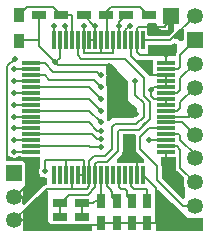
<source format=gbr>
%TF.GenerationSoftware,KiCad,Pcbnew,8.0.7*%
%TF.CreationDate,2025-04-29T18:30:47-03:00*%
%TF.ProjectId,ads_headstage_board_v4,6164735f-6865-4616-9473-746167655f62,rev?*%
%TF.SameCoordinates,Original*%
%TF.FileFunction,Copper,L1,Top*%
%TF.FilePolarity,Positive*%
%FSLAX46Y46*%
G04 Gerber Fmt 4.6, Leading zero omitted, Abs format (unit mm)*
G04 Created by KiCad (PCBNEW 8.0.7) date 2025-04-29 18:30:47*
%MOMM*%
%LPD*%
G01*
G04 APERTURE LIST*
%TA.AperFunction,SMDPad,CuDef*%
%ADD10R,1.500000X0.300000*%
%TD*%
%TA.AperFunction,SMDPad,CuDef*%
%ADD11R,0.300000X1.500000*%
%TD*%
%TA.AperFunction,ComponentPad*%
%ADD12R,1.350000X1.350000*%
%TD*%
%TA.AperFunction,ComponentPad*%
%ADD13C,1.350000*%
%TD*%
%TA.AperFunction,SMDPad,CuDef*%
%ADD14R,1.200000X0.750000*%
%TD*%
%TA.AperFunction,SMDPad,CuDef*%
%ADD15R,0.750000X1.200000*%
%TD*%
%TA.AperFunction,SMDPad,CuDef*%
%ADD16R,0.900000X1.200000*%
%TD*%
%TA.AperFunction,ViaPad*%
%ADD17C,0.500000*%
%TD*%
%TA.AperFunction,Conductor*%
%ADD18C,0.203200*%
%TD*%
G04 APERTURE END LIST*
D10*
%TO.P,ADS1298,1*%
%TO.N,/IN8N*%
X124900000Y-95900000D03*
%TO.P,ADS1298,2*%
%TO.N,/IN8P*%
X124900000Y-96400000D03*
%TO.P,ADS1298,3*%
%TO.N,/IN7N*%
X124900000Y-96900000D03*
%TO.P,ADS1298,4*%
%TO.N,/IN7P*%
X124900000Y-97400000D03*
%TO.P,ADS1298,5*%
%TO.N,/IN6N*%
X124900000Y-97900000D03*
%TO.P,ADS1298,6*%
%TO.N,/IN6P*%
X124900000Y-98400000D03*
%TO.P,ADS1298,7*%
%TO.N,/IN5N*%
X124900000Y-98900000D03*
%TO.P,ADS1298,8*%
%TO.N,/IN5P*%
X124900000Y-99400000D03*
%TO.P,ADS1298,9*%
%TO.N,/IN4N*%
X124900000Y-99900000D03*
%TO.P,ADS1298,10*%
%TO.N,/IN4P*%
X124900000Y-100400000D03*
%TO.P,ADS1298,11*%
%TO.N,/IN3N*%
X124900000Y-100900000D03*
%TO.P,ADS1298,12*%
%TO.N,/IN3P*%
X124900000Y-101400000D03*
%TO.P,ADS1298,13*%
%TO.N,/IN2N*%
X124900000Y-101900000D03*
%TO.P,ADS1298,14*%
%TO.N,/IN2P*%
X124900000Y-102400000D03*
%TO.P,ADS1298,15*%
%TO.N,/IN1N*%
X124900000Y-102900000D03*
%TO.P,ADS1298,16*%
%TO.N,/IN1P*%
X124900000Y-103400000D03*
D11*
%TO.P,ADS1298,17*%
%TO.N,/ADS1298/TESTP_PACE_OUT1*%
X126850000Y-105350000D03*
%TO.P,ADS1298,18*%
%TO.N,/ADS1298/TESTN_PACE_OUT2*%
X127350000Y-105350000D03*
%TO.P,ADS1298,19*%
%TO.N,/AVDD*%
X127850000Y-105350000D03*
%TO.P,ADS1298,20*%
%TO.N,/AVSS*%
X128350000Y-105350000D03*
%TO.P,ADS1298,21*%
%TO.N,/AVDD*%
X128850000Y-105350000D03*
%TO.P,ADS1298,22*%
X129350000Y-105350000D03*
%TO.P,ADS1298,23*%
%TO.N,/AVSS*%
X129850000Y-105350000D03*
%TO.P,ADS1298,24*%
%TO.N,/ADS1298/RLDREF*%
X130350000Y-105350000D03*
%TO.P,ADS1298,25*%
%TO.N,Net-(ADS1-Pad25)*%
X130850000Y-105350000D03*
%TO.P,ADS1298,26*%
%TO.N,Net-(ADS1-Pad26)*%
X131350000Y-105350000D03*
%TO.P,ADS1298,27*%
%TO.N,Net-(ADS1-Pad27)*%
X131850000Y-105350000D03*
%TO.P,ADS1298,28*%
%TO.N,Net-(ADS1-Pad28)*%
X132350000Y-105350000D03*
%TO.P,ADS1298,29*%
%TO.N,Net-(ADS1-Pad29)*%
X132850000Y-105350000D03*
%TO.P,ADS1298,30*%
%TO.N,Net-(ADS1-Pad30)*%
X133350000Y-105350000D03*
%TO.P,ADS1298,31*%
%TO.N,/DGND*%
X133850000Y-105350000D03*
%TO.P,ADS1298,32*%
%TO.N,/AVSS*%
X134350000Y-105350000D03*
D10*
%TO.P,ADS1298,33*%
%TO.N,/DGND*%
X136300000Y-103400000D03*
%TO.P,ADS1298,34*%
%TO.N,/MOSI*%
X136300000Y-102900000D03*
%TO.P,ADS1298,35*%
%TO.N,/DVDD*%
X136300000Y-102400000D03*
%TO.P,ADS1298,36*%
%TO.N,/~{RESET}*%
X136300000Y-101900000D03*
%TO.P,ADS1298,37*%
%TO.N,/CLK*%
X136300000Y-101400000D03*
%TO.P,ADS1298,38*%
%TO.N,/START*%
X136300000Y-100900000D03*
%TO.P,ADS1298,39*%
%TO.N,/~{CS}*%
X136300000Y-100400000D03*
%TO.P,ADS1298,40*%
%TO.N,/SPI_CLK*%
X136300000Y-99900000D03*
%TO.P,ADS1298,41*%
%TO.N,/DGND*%
X136300000Y-99400000D03*
%TO.P,ADS1298,42*%
X136300000Y-98900000D03*
%TO.P,ADS1298,43*%
%TO.N,/MISO*%
X136300000Y-98400000D03*
%TO.P,ADS1298,44*%
%TO.N,/DGND*%
X136300000Y-97900000D03*
%TO.P,ADS1298,45*%
X136300000Y-97400000D03*
%TO.P,ADS1298,46*%
X136300000Y-96900000D03*
%TO.P,ADS1298,47*%
%TO.N,/~{DRDY}*%
X136300000Y-96400000D03*
%TO.P,ADS1298,48*%
%TO.N,/DVDD*%
X136300000Y-95900000D03*
D11*
%TO.P,ADS1298,49*%
%TO.N,/DGND*%
X134350000Y-93950000D03*
%TO.P,ADS1298,50*%
%TO.N,/DVDD*%
X133850000Y-93950000D03*
%TO.P,ADS1298,51*%
%TO.N,/DGND*%
X133350000Y-93950000D03*
%TO.P,ADS1298,52*%
%TO.N,/CLKSEL*%
X132850000Y-93950000D03*
%TO.P,ADS1298,53*%
%TO.N,/AVSS*%
X132350000Y-93950000D03*
%TO.P,ADS1298,54*%
%TO.N,/AVDD*%
X131850000Y-93950000D03*
%TO.P,ADS1298,55*%
%TO.N,Net-(ADS1-Pad55)*%
X131350000Y-93950000D03*
%TO.P,ADS1298,56*%
%TO.N,/AVDD*%
X130850000Y-93950000D03*
%TO.P,ADS1298,57*%
%TO.N,/AVSS*%
X130350000Y-93950000D03*
%TO.P,ADS1298,58*%
X129850000Y-93950000D03*
%TO.P,ADS1298,59*%
%TO.N,/AVDD*%
X129350000Y-93950000D03*
%TO.P,ADS1298,60*%
%TO.N,/ADS1298/RLDREF*%
X128850000Y-93950000D03*
%TO.P,ADS1298,61*%
%TO.N,/ADS1298/RLDINV*%
X128350000Y-93950000D03*
%TO.P,ADS1298,62*%
%TO.N,/ADS1298/RLDIN*%
X127850000Y-93950000D03*
%TO.P,ADS1298,63*%
%TO.N,/RDLout*%
X127350000Y-93950000D03*
%TO.P,ADS1298,64*%
%TO.N,Net-(ADS1-Pad64)*%
X126850000Y-93950000D03*
%TD*%
D12*
%TO.P,APwd1,1*%
%TO.N,/AVDD*%
X123450000Y-105200000D03*
D13*
%TO.P,APwd1,2*%
%TO.N,/AGND*%
X123450000Y-107200000D03*
%TO.P,APwd1,3*%
%TO.N,/AVSS*%
X123450000Y-109200000D03*
%TD*%
D14*
%TO.P,C1,1*%
%TO.N,/ADS1298/RLDINV*%
X127450000Y-91800000D03*
%TO.P,C1,2*%
%TO.N,/RDLout*%
X125550000Y-91800000D03*
%TD*%
%TO.P,C9,1*%
%TO.N,/ADS1298/RLDREF*%
X127350000Y-108900000D03*
%TO.P,C9,2*%
%TO.N,Net-(ADS1-Pad25)*%
X129250000Y-108900000D03*
%TD*%
D15*
%TO.P,C10,1*%
%TO.N,Net-(ADS1-Pad25)*%
X130850000Y-107550000D03*
%TO.P,C10,2*%
%TO.N,/AVSS*%
X130850000Y-109450000D03*
%TD*%
D14*
%TO.P,C11,1*%
%TO.N,/ADS1298/RLDREF*%
X127350000Y-107700000D03*
%TO.P,C11,2*%
%TO.N,Net-(ADS1-Pad25)*%
X129250000Y-107700000D03*
%TD*%
%TO.P,C12,1*%
%TO.N,/AVSS*%
X129350000Y-91800000D03*
%TO.P,C12,2*%
%TO.N,Net-(ADS1-Pad55)*%
X131250000Y-91800000D03*
%TD*%
D15*
%TO.P,C13,1*%
%TO.N,Net-(ADS1-Pad26)*%
X132150000Y-107550000D03*
%TO.P,C13,2*%
%TO.N,/AVSS*%
X132150000Y-109450000D03*
%TD*%
D14*
%TO.P,C14,1*%
%TO.N,/AVSS*%
X132950000Y-91800000D03*
%TO.P,C14,2*%
%TO.N,Net-(ADS1-Pad55)*%
X134850000Y-91800000D03*
%TD*%
D15*
%TO.P,C15,1*%
%TO.N,Net-(ADS1-Pad28)*%
X133450000Y-107550000D03*
%TO.P,C15,2*%
%TO.N,/AVSS*%
X133450000Y-109450000D03*
%TD*%
%TO.P,C16,1*%
%TO.N,Net-(ADS1-Pad30)*%
X134700000Y-107550000D03*
%TO.P,C16,2*%
%TO.N,/AVSS*%
X134700000Y-109450000D03*
%TD*%
D12*
%TO.P,DPwd1,1*%
%TO.N,/DVDD*%
X136750000Y-91900000D03*
D13*
%TO.P,DPwd1,2*%
%TO.N,/DGND*%
X138750000Y-91900000D03*
%TD*%
D16*
%TO.P,R1,1*%
%TO.N,/ADS1298/RLDINV*%
X123900000Y-91800000D03*
%TO.P,R1,2*%
%TO.N,/RDLout*%
X123900000Y-94000000D03*
%TD*%
D12*
%TO.P,SPI1,1*%
%TO.N,/~{DRDY}*%
X138750000Y-93950000D03*
D13*
%TO.P,SPI1,2*%
%TO.N,/MISO*%
X138750000Y-95950000D03*
%TO.P,SPI1,3*%
%TO.N,/SPI_CLK*%
X138750000Y-97950000D03*
%TO.P,SPI1,4*%
%TO.N,/~{CS}*%
X138750000Y-99950000D03*
%TO.P,SPI1,5*%
%TO.N,/START*%
X138750000Y-101950000D03*
%TO.P,SPI1,6*%
%TO.N,/~{RESET}*%
X138750000Y-103950000D03*
%TO.P,SPI1,7*%
%TO.N,/MOSI*%
X138750000Y-105950000D03*
%TO.P,SPI1,8*%
%TO.N,/CLK*%
X138750000Y-107950000D03*
%TD*%
D17*
%TO.N,/IN8N*%
X130800000Y-96900000D03*
%TO.N,/IN8P*%
X123500000Y-96400000D03*
%TO.N,/IN7N*%
X130800000Y-97900000D03*
%TO.N,/IN7P*%
X123500000Y-97400000D03*
%TO.N,/IN6N*%
X130800000Y-98900000D03*
%TO.N,/IN6P*%
X123500000Y-98400000D03*
%TO.N,/IN5N*%
X130800000Y-99900000D03*
%TO.N,/IN5P*%
X123500000Y-99400000D03*
%TO.N,/IN4N*%
X130800000Y-100900000D03*
%TO.N,/IN4P*%
X123500000Y-100400000D03*
%TO.N,/IN3N*%
X130800000Y-101600000D03*
%TO.N,/IN3P*%
X123500000Y-101400000D03*
%TO.N,/IN2N*%
X130800000Y-102300000D03*
%TO.N,/IN2P*%
X123500000Y-102400000D03*
%TO.N,/IN1N*%
X130800000Y-103000000D03*
%TO.N,/IN1P*%
X123500000Y-103400000D03*
%TO.N,/AVDD*%
X126100000Y-105050000D03*
X129350000Y-92700000D03*
%TO.N,/AVSS*%
X133700000Y-97350000D03*
X132350000Y-92700000D03*
X130350000Y-92700000D03*
%TO.N,/DGND*%
X135100000Y-98150000D03*
X134100000Y-104050000D03*
X136250000Y-104250000D03*
%TO.N,/DVDD*%
X136300000Y-95150000D03*
X134900000Y-102400000D03*
%TO.N,/CLKSEL*%
X133250000Y-92700000D03*
%TO.N,/ADS1298/RLDIN*%
X127750000Y-92700000D03*
%TO.N,/RDLout*%
X133800000Y-100150000D03*
X126950000Y-95800000D03*
%TO.N,Net-(ADS1-Pad64)*%
X126850000Y-92700000D03*
%TO.N,/AGND*%
X123550000Y-95500000D03*
%TD*%
D18*
%TO.N,/IN8N*%
X124900000Y-95900000D02*
X126050000Y-95900000D01*
X130500000Y-96600000D02*
X130800000Y-96900000D01*
X126800000Y-96650000D02*
X130500000Y-96600000D01*
X126050000Y-95900000D02*
X126800000Y-96650000D01*
%TO.N,/IN8P*%
X124900000Y-96400000D02*
X123500000Y-96400000D01*
%TO.N,/IN7N*%
X124900000Y-96900000D02*
X126050000Y-96900000D01*
X130200000Y-97300000D02*
X130800000Y-97900000D01*
X126450000Y-97300000D02*
X130200000Y-97300000D01*
X126050000Y-96900000D02*
X126450000Y-97300000D01*
%TO.N,/IN7P*%
X124900000Y-97400000D02*
X123500000Y-97400000D01*
%TO.N,/IN6N*%
X124900000Y-97900000D02*
X129800000Y-97900000D01*
X129800000Y-97900000D02*
X130800000Y-98900000D01*
%TO.N,/IN6P*%
X124900000Y-98400000D02*
X123500000Y-98400000D01*
%TO.N,/IN5N*%
X124900000Y-98900000D02*
X129800000Y-98900000D01*
X129800000Y-98900000D02*
X130800000Y-99900000D01*
%TO.N,/IN5P*%
X124900000Y-99400000D02*
X123500000Y-99400000D01*
%TO.N,/IN4N*%
X129800000Y-99900000D02*
X130800000Y-100900000D01*
X129800000Y-99900000D02*
X124900000Y-99900000D01*
%TO.N,/IN4P*%
X124900000Y-100400000D02*
X123500000Y-100400000D01*
%TO.N,/IN3N*%
X129800000Y-100900000D02*
X130500000Y-101600000D01*
X124900000Y-100900000D02*
X129800000Y-100900000D01*
X130500000Y-101600000D02*
X130800000Y-101600000D01*
%TO.N,/IN3P*%
X124900000Y-101400000D02*
X123500000Y-101400000D01*
%TO.N,/IN2N*%
X129800000Y-101900000D02*
X130050000Y-101900000D01*
X130050000Y-101900000D02*
X130450000Y-102300000D01*
X130450000Y-102300000D02*
X130800000Y-102300000D01*
X129800000Y-101900000D02*
X124900000Y-101900000D01*
%TO.N,/IN2P*%
X124900000Y-102400000D02*
X123500000Y-102400000D01*
%TO.N,/IN1N*%
X129800000Y-102900000D02*
X129900000Y-103000000D01*
X124900000Y-102900000D02*
X129800000Y-102900000D01*
X129900000Y-103000000D02*
X130800000Y-103000000D01*
%TO.N,/IN1P*%
X124900000Y-103400000D02*
X123500000Y-103400000D01*
%TO.N,/AVDD*%
X126100000Y-105050000D02*
X126100000Y-104050000D01*
X126100000Y-104050000D02*
X127850000Y-104050000D01*
X129350000Y-92700000D02*
X129350000Y-93950000D01*
X127850000Y-105350000D02*
X127850000Y-104050000D01*
X128850000Y-105350000D02*
X129350000Y-105350000D01*
X129350000Y-104050000D02*
X129350000Y-105350000D01*
X127850000Y-104050000D02*
X129350000Y-104050000D01*
X130850000Y-93950000D02*
X130850000Y-95050000D01*
X129350000Y-93950000D02*
X129350000Y-95050000D01*
X129350000Y-95050000D02*
X130850000Y-95050000D01*
X131850000Y-95050000D02*
X131850000Y-93950000D01*
X130850000Y-95050000D02*
X131850000Y-95050000D01*
%TO.N,/AVSS*%
X135450000Y-109450000D02*
X135950000Y-109450000D01*
X130250000Y-103750000D02*
X131150000Y-103750000D01*
X129850000Y-105350000D02*
X129850000Y-104150000D01*
X130250000Y-103750000D02*
X129850000Y-104150000D01*
X133700000Y-98550000D02*
X133700000Y-97350000D01*
X134450000Y-99250000D02*
X133700000Y-98550000D01*
X134450000Y-100450000D02*
X134450000Y-99250000D01*
X133800000Y-101000000D02*
X134450000Y-100450000D01*
X132050000Y-101000000D02*
X133800000Y-101000000D01*
X131750000Y-101300000D02*
X132050000Y-101000000D01*
X131750000Y-103150000D02*
X131750000Y-101300000D01*
X131150000Y-103750000D02*
X131750000Y-103150000D01*
X123450000Y-109200000D02*
X126150000Y-109200000D01*
X126550000Y-109600000D02*
X130700000Y-109600000D01*
X126150000Y-109200000D02*
X126550000Y-109600000D01*
X130700000Y-109600000D02*
X130850000Y-109450000D01*
X132350000Y-93950000D02*
X132350000Y-92700000D01*
X132350000Y-93950000D02*
X132350000Y-92400000D01*
X132350000Y-92400000D02*
X132950000Y-91800000D01*
X130350000Y-92700000D02*
X130250000Y-92700000D01*
X130250000Y-92700000D02*
X129350000Y-91800000D01*
X130350000Y-93950000D02*
X130350000Y-92700000D01*
X128350000Y-106550000D02*
X126250000Y-106550000D01*
X126250000Y-106550000D02*
X123450000Y-109200000D01*
X128350000Y-105350000D02*
X128350000Y-106550000D01*
X129850000Y-106300000D02*
X129850000Y-105350000D01*
X129600000Y-106550000D02*
X129850000Y-106300000D01*
X128350000Y-106550000D02*
X129600000Y-106550000D01*
X130350000Y-93950000D02*
X129850000Y-93950000D01*
X133450000Y-109450000D02*
X134700000Y-109450000D01*
X132150000Y-109450000D02*
X133450000Y-109450000D01*
X130850000Y-109450000D02*
X132150000Y-109450000D01*
X134700000Y-109450000D02*
X135450000Y-109450000D01*
X135450000Y-109450000D02*
X135450000Y-106450000D01*
X135450000Y-106450000D02*
X134350000Y-105350000D01*
%TO.N,/ADS1298/RLDREF*%
X130500000Y-104250000D02*
X131350000Y-104250000D01*
X130350000Y-105350000D02*
X130350000Y-104400000D01*
X130350000Y-104400000D02*
X130500000Y-104250000D01*
X134050000Y-101500000D02*
X134950000Y-100600000D01*
X132450000Y-101500000D02*
X134050000Y-101500000D01*
X132300000Y-101650000D02*
X132450000Y-101500000D01*
X132300000Y-103300000D02*
X132300000Y-101650000D01*
X131350000Y-104250000D02*
X132300000Y-103300000D01*
X127350000Y-107700000D02*
X127350000Y-108900000D01*
X128850000Y-93950000D02*
X128850000Y-95200000D01*
X134950000Y-100600000D02*
X134950000Y-99150000D01*
X134950000Y-99150000D02*
X134450000Y-98650000D01*
X134450000Y-98650000D02*
X134450000Y-97100000D01*
X134450000Y-97100000D02*
X132850000Y-95500000D01*
X132850000Y-95500000D02*
X132650000Y-95500000D01*
X128850000Y-95200000D02*
X129150000Y-95500000D01*
X129150000Y-95500000D02*
X132650000Y-95500000D01*
X134300000Y-101200000D02*
X134950000Y-100600000D01*
X127350000Y-107750000D02*
X128100000Y-107000000D01*
X130350000Y-106400000D02*
X130350000Y-105350000D01*
X129750000Y-107000000D02*
X130350000Y-106400000D01*
X128100000Y-107000000D02*
X129750000Y-107000000D01*
%TO.N,Net-(ADS1-Pad25)*%
X129250000Y-107700000D02*
X129250000Y-108900000D01*
X129250000Y-107750000D02*
X130150000Y-107750000D01*
X130350000Y-107550000D02*
X130850000Y-107550000D01*
X130150000Y-107750000D02*
X130350000Y-107550000D01*
X130850000Y-107550000D02*
X130850000Y-105350000D01*
%TO.N,Net-(ADS1-Pad26)*%
X132150000Y-107550000D02*
X131800000Y-107200000D01*
X131800000Y-107200000D02*
X131800000Y-106750000D01*
X131800000Y-106750000D02*
X131600000Y-106550000D01*
X131600000Y-106550000D02*
X131350000Y-106300000D01*
X131350000Y-106300000D02*
X131350000Y-105350000D01*
%TO.N,Net-(ADS1-Pad28)*%
X133450000Y-107550000D02*
X133000000Y-107100000D01*
X132350000Y-106350000D02*
X132350000Y-105350000D01*
X132550000Y-106550000D02*
X132350000Y-106350000D01*
X132850000Y-106550000D02*
X132550000Y-106550000D01*
X133000000Y-106700000D02*
X132850000Y-106550000D01*
X133000000Y-107100000D02*
X133000000Y-106700000D01*
%TO.N,Net-(ADS1-Pad30)*%
X134700000Y-107550000D02*
X134700000Y-106550000D01*
X133350000Y-106300000D02*
X133350000Y-105350000D01*
X133600000Y-106550000D02*
X133350000Y-106300000D01*
X134700000Y-106550000D02*
X133600000Y-106550000D01*
%TO.N,/DGND*%
X134100000Y-104050000D02*
X134100000Y-104000000D01*
X134100000Y-104000000D02*
X133650000Y-103550000D01*
X134950000Y-96900000D02*
X134950000Y-96400000D01*
X133850000Y-104500000D02*
X133850000Y-104300000D01*
X133850000Y-105350000D02*
X133850000Y-104500000D01*
X133850000Y-104300000D02*
X134100000Y-104050000D01*
X138750000Y-91900000D02*
X136700000Y-93950000D01*
X135750000Y-93950000D02*
X134350000Y-93950000D01*
X136700000Y-93950000D02*
X135750000Y-93950000D01*
X133350000Y-93950000D02*
X133350000Y-95300000D01*
X134950000Y-96900000D02*
X136300000Y-96900000D01*
X133350000Y-95300000D02*
X134950000Y-96900000D01*
X136300000Y-103400000D02*
X136300000Y-104200000D01*
X136300000Y-104200000D02*
X136250000Y-104250000D01*
X136300000Y-98900000D02*
X135350000Y-98900000D01*
X135350000Y-98900000D02*
X135100000Y-98650000D01*
X135100000Y-98650000D02*
X135100000Y-98150000D01*
X135350000Y-97900000D02*
X136300000Y-97900000D01*
X135100000Y-98150000D02*
X135350000Y-97900000D01*
X134350000Y-93950000D02*
X134400000Y-94000000D01*
X136300000Y-97400000D02*
X136300000Y-97900000D01*
X136300000Y-96900000D02*
X136300000Y-97400000D01*
X136300000Y-98900000D02*
X136300000Y-99400000D01*
%TO.N,/MOSI*%
X136300000Y-102900000D02*
X137250000Y-102900000D01*
X137550000Y-104750000D02*
X138750000Y-105950000D01*
X137550000Y-104650000D02*
X137550000Y-104750000D01*
X137550000Y-104450000D02*
X137550000Y-104650000D01*
X137550000Y-103550000D02*
X137550000Y-104450000D01*
X137550000Y-103200000D02*
X137550000Y-103550000D01*
X137250000Y-102900000D02*
X137550000Y-103200000D01*
%TO.N,/DVDD*%
X136300000Y-102400000D02*
X134900000Y-102400000D01*
X133850000Y-93950000D02*
X133850000Y-94900000D01*
X133850000Y-94900000D02*
X134100000Y-95150000D01*
X134100000Y-95150000D02*
X136300000Y-95150000D01*
X136750000Y-91900000D02*
X136750000Y-92300000D01*
X136750000Y-92300000D02*
X136200000Y-92850000D01*
X133850000Y-93950000D02*
X133850000Y-93000000D01*
X134000000Y-92850000D02*
X136200000Y-92850000D01*
X136200000Y-92850000D02*
X136250000Y-92850000D01*
X133850000Y-93000000D02*
X134000000Y-92850000D01*
X136300000Y-95150000D02*
X136300000Y-95900000D01*
%TO.N,/~{RESET}*%
X136300000Y-101900000D02*
X137400000Y-101900000D01*
X137550000Y-102350000D02*
X138750000Y-103550000D01*
X137550000Y-102050000D02*
X137550000Y-102350000D01*
X137400000Y-101900000D02*
X137550000Y-102050000D01*
X138750000Y-103550000D02*
X138750000Y-103950000D01*
X138750000Y-103950000D02*
X138750000Y-103400000D01*
X138600000Y-103800000D02*
X138750000Y-103950000D01*
%TO.N,/CLK*%
X136300000Y-101400000D02*
X134900000Y-101400000D01*
X137800000Y-107950000D02*
X138750000Y-107950000D01*
X135600000Y-105750000D02*
X137800000Y-107950000D01*
X135600000Y-104600000D02*
X135600000Y-105750000D01*
X134150000Y-103150000D02*
X135600000Y-104600000D01*
X134150000Y-102150000D02*
X134150000Y-103150000D01*
X134900000Y-101400000D02*
X134150000Y-102150000D01*
%TO.N,/START*%
X136300000Y-100900000D02*
X137550000Y-100900000D01*
X137700000Y-100900000D02*
X138750000Y-101950000D01*
X137550000Y-100900000D02*
X137700000Y-100900000D01*
%TO.N,/~{CS}*%
X138750000Y-99950000D02*
X138300000Y-100400000D01*
X138300000Y-100400000D02*
X136300000Y-100400000D01*
%TO.N,/SPI_CLK*%
X138750000Y-97950000D02*
X137550000Y-99150000D01*
X137300000Y-99900000D02*
X136300000Y-99900000D01*
X137550000Y-99650000D02*
X137300000Y-99900000D01*
X137550000Y-99150000D02*
X137550000Y-99650000D01*
%TO.N,/MISO*%
X138750000Y-95950000D02*
X137550000Y-97150000D01*
X137300000Y-98400000D02*
X136300000Y-98400000D01*
X137550000Y-98150000D02*
X137300000Y-98400000D01*
X137550000Y-97150000D02*
X137550000Y-98150000D01*
%TO.N,/~{DRDY}*%
X138750000Y-93950000D02*
X137550000Y-95150000D01*
X137350000Y-96400000D02*
X136300000Y-96400000D01*
X137550000Y-96200000D02*
X137350000Y-96400000D01*
X137550000Y-95150000D02*
X137550000Y-96200000D01*
%TO.N,/CLKSEL*%
X132850000Y-93100000D02*
X132850000Y-93950000D01*
X132850000Y-93100000D02*
X133250000Y-92700000D01*
%TO.N,Net-(ADS1-Pad55)*%
X131350000Y-93950000D02*
X131350000Y-91900000D01*
X131350000Y-91900000D02*
X131250000Y-91800000D01*
X131250000Y-91800000D02*
X131250000Y-91550000D01*
X131250000Y-91550000D02*
X131700000Y-91100000D01*
X131700000Y-91100000D02*
X134150000Y-91100000D01*
X134150000Y-91100000D02*
X134850000Y-91800000D01*
%TO.N,/ADS1298/RLDINV*%
X124550000Y-91100000D02*
X126750000Y-91100000D01*
X123900000Y-91750000D02*
X124550000Y-91100000D01*
X126750000Y-91100000D02*
X127450000Y-91800000D01*
X127450000Y-91800000D02*
X128250000Y-91800000D01*
X128350000Y-91900000D02*
X128350000Y-93950000D01*
X128250000Y-91800000D02*
X128350000Y-91900000D01*
%TO.N,/ADS1298/RLDIN*%
X127850000Y-93950000D02*
X127850000Y-92800000D01*
X127850000Y-92800000D02*
X127750000Y-92700000D01*
%TO.N,/RDLout*%
X132800000Y-99150000D02*
X133800000Y-100150000D01*
X132800000Y-97200000D02*
X132800000Y-99150000D01*
X131650000Y-96050000D02*
X132800000Y-97200000D01*
X127200000Y-96050000D02*
X131650000Y-96050000D01*
X127200000Y-96050000D02*
X126950000Y-95800000D01*
X125550000Y-94400000D02*
X126950000Y-95800000D01*
X125550000Y-93950000D02*
X125550000Y-94400000D01*
X123900000Y-93950000D02*
X125550000Y-93950000D01*
X125550000Y-91800000D02*
X125550000Y-93950000D01*
X127350000Y-95400000D02*
X127350000Y-93950000D01*
X126950000Y-95800000D02*
X127350000Y-95400000D01*
%TO.N,Net-(ADS1-Pad64)*%
X126850000Y-92700000D02*
X126850000Y-93950000D01*
%TO.N,/AGND*%
X124000000Y-104050000D02*
X124250000Y-104050000D01*
X124000000Y-104050000D02*
X123200000Y-104050000D01*
X123200000Y-104050000D02*
X122900000Y-103750000D01*
X122900000Y-103750000D02*
X122900000Y-103500000D01*
X122900000Y-103500000D02*
X122900000Y-96150000D01*
X122900000Y-96150000D02*
X123550000Y-95500000D01*
X124400000Y-106400000D02*
X123300000Y-107500000D01*
X124500000Y-106300000D02*
X124400000Y-106400000D01*
X124500000Y-104300000D02*
X124500000Y-106300000D01*
X124250000Y-104050000D02*
X124500000Y-104300000D01*
%TD*%
%TA.AperFunction,Conductor*%
%TO.N,/AVSS*%
G36*
X135658512Y-106596393D02*
G01*
X135662343Y-106599852D01*
X137998622Y-108798703D01*
X138001328Y-108801328D01*
X138150000Y-108950000D01*
X139374000Y-108950000D01*
X139442121Y-108970002D01*
X139488614Y-109023658D01*
X139500000Y-109076000D01*
X139500000Y-109974000D01*
X139479998Y-110042121D01*
X139426342Y-110088614D01*
X139374000Y-110100000D01*
X135576000Y-110100000D01*
X135507879Y-110079998D01*
X135461386Y-110026342D01*
X135450000Y-109974000D01*
X135450000Y-106691617D01*
X135470002Y-106623496D01*
X135523658Y-106577003D01*
X135593932Y-106566899D01*
X135658512Y-106596393D01*
G37*
%TD.AperFunction*%
%TD*%
%TA.AperFunction,Conductor*%
%TO.N,/AVSS*%
G36*
X126270969Y-106631712D02*
G01*
X126326724Y-106675666D01*
X126349864Y-106742785D01*
X126350000Y-106748630D01*
X126350000Y-109600000D01*
X129924000Y-109600000D01*
X129992121Y-109620002D01*
X130038614Y-109673658D01*
X130050000Y-109726000D01*
X130050000Y-109974000D01*
X130029998Y-110042121D01*
X129976342Y-110088614D01*
X129924000Y-110100000D01*
X124326000Y-110100000D01*
X124257879Y-110079998D01*
X124211386Y-110026342D01*
X124200000Y-109974000D01*
X124200000Y-108554045D01*
X124220002Y-108485924D01*
X124239159Y-108462751D01*
X126137160Y-106657335D01*
X126200302Y-106624879D01*
X126270969Y-106631712D01*
G37*
%TD.AperFunction*%
%TD*%
%TA.AperFunction,Conductor*%
%TO.N,/AGND*%
G36*
X123146732Y-103770002D02*
G01*
X123161124Y-103780776D01*
X123166224Y-103785195D01*
X123166225Y-103785196D01*
X123288268Y-103863629D01*
X123427464Y-103904500D01*
X123572536Y-103904500D01*
X123711732Y-103863629D01*
X123833775Y-103785196D01*
X123833775Y-103785195D01*
X123841356Y-103780324D01*
X123842451Y-103782028D01*
X123896412Y-103757383D01*
X123914349Y-103756100D01*
X123962141Y-103756100D01*
X124030262Y-103776102D01*
X124032143Y-103777335D01*
X124050697Y-103789733D01*
X124050699Y-103789734D01*
X124124933Y-103804500D01*
X125574000Y-103804499D01*
X125642121Y-103824501D01*
X125688614Y-103878157D01*
X125700000Y-103930499D01*
X125700000Y-104694236D01*
X125679998Y-104762357D01*
X125672873Y-104771875D01*
X125671223Y-104774442D01*
X125610958Y-104906403D01*
X125590312Y-105050000D01*
X125610958Y-105193596D01*
X125671223Y-105325558D01*
X125676095Y-105333139D01*
X125674273Y-105334309D01*
X125698717Y-105387828D01*
X125700000Y-105405764D01*
X125700000Y-105500000D01*
X125831015Y-105500000D01*
X125883356Y-105511386D01*
X125888267Y-105513628D01*
X125888268Y-105513629D01*
X126027464Y-105554500D01*
X126124000Y-105554500D01*
X126192121Y-105574502D01*
X126238614Y-105628158D01*
X126250000Y-105680500D01*
X126250000Y-106084430D01*
X126229998Y-106152551D01*
X126176342Y-106199044D01*
X126153253Y-106206987D01*
X126121724Y-106214512D01*
X126117346Y-106216186D01*
X126117109Y-106216262D01*
X126116884Y-106216370D01*
X126112556Y-106218162D01*
X126077674Y-106238301D01*
X126074657Y-106239988D01*
X126039269Y-106259143D01*
X126035456Y-106261905D01*
X126035262Y-106262031D01*
X126035092Y-106262176D01*
X126031350Y-106265048D01*
X126002870Y-106293526D01*
X126000388Y-106295940D01*
X124373221Y-107835937D01*
X124309997Y-107868235D01*
X124239347Y-107861224D01*
X124183704Y-107817129D01*
X124160732Y-107749952D01*
X124160686Y-107740103D01*
X124200000Y-106600000D01*
X124200000Y-106502190D01*
X124220002Y-106434069D01*
X124236900Y-106413099D01*
X124400000Y-106250000D01*
X124400000Y-104300000D01*
X124399999Y-104299998D01*
X124300001Y-104200000D01*
X124300000Y-104200000D01*
X122926000Y-104200000D01*
X122857879Y-104179998D01*
X122811386Y-104126342D01*
X122800000Y-104074000D01*
X122800000Y-103876000D01*
X122820002Y-103807879D01*
X122873658Y-103761386D01*
X122926000Y-103750000D01*
X123078611Y-103750000D01*
X123146732Y-103770002D01*
G37*
%TD.AperFunction*%
%TD*%
%TA.AperFunction,Conductor*%
%TO.N,/DGND*%
G36*
X137136021Y-103820002D02*
G01*
X137182514Y-103873658D01*
X137193900Y-103926000D01*
X137193900Y-104796880D01*
X137218166Y-104887446D01*
X137218169Y-104887454D01*
X137265046Y-104968647D01*
X137265048Y-104968649D01*
X137265049Y-104968651D01*
X137834245Y-105537847D01*
X137868269Y-105600158D01*
X137864983Y-105665876D01*
X137835803Y-105755685D01*
X137815380Y-105949999D01*
X137835805Y-106144323D01*
X137893833Y-106322914D01*
X137900000Y-106361850D01*
X137900000Y-107242208D01*
X137879998Y-107310329D01*
X137826342Y-107356822D01*
X137756068Y-107366926D01*
X137691488Y-107337432D01*
X137684905Y-107331303D01*
X135993005Y-105639403D01*
X135958979Y-105577091D01*
X135956100Y-105550308D01*
X135956100Y-104657044D01*
X135956101Y-104657031D01*
X135956101Y-104553119D01*
X135956100Y-104553117D01*
X135936961Y-104481690D01*
X135936959Y-104481683D01*
X135931833Y-104462550D01*
X135931831Y-104462545D01*
X135916881Y-104436651D01*
X135900000Y-104373651D01*
X135900000Y-103926000D01*
X135920002Y-103857879D01*
X135973658Y-103811386D01*
X136026000Y-103800000D01*
X137067900Y-103800000D01*
X137136021Y-103820002D01*
G37*
%TD.AperFunction*%
%TD*%
%TA.AperFunction,Conductor*%
%TO.N,/DGND*%
G36*
X133742121Y-101920002D02*
G01*
X133788614Y-101973658D01*
X133800000Y-102026000D01*
X133800000Y-102063765D01*
X133795708Y-102096372D01*
X133793900Y-102103119D01*
X133793900Y-103196880D01*
X133818166Y-103287446D01*
X133818169Y-103287454D01*
X133865046Y-103368647D01*
X133865048Y-103368649D01*
X133865049Y-103368651D01*
X134463096Y-103966698D01*
X134497120Y-104029009D01*
X134500000Y-104055792D01*
X134500000Y-104174000D01*
X134479998Y-104242121D01*
X134426342Y-104288614D01*
X134374000Y-104300000D01*
X132276000Y-104300000D01*
X132207879Y-104279998D01*
X132161386Y-104226342D01*
X132150000Y-104174000D01*
X132150000Y-104052190D01*
X132170002Y-103984069D01*
X132186900Y-103963099D01*
X132600000Y-103550000D01*
X132600000Y-103526347D01*
X132616881Y-103463347D01*
X132631833Y-103437450D01*
X132656100Y-103346881D01*
X132656100Y-102026000D01*
X132676102Y-101957879D01*
X132729758Y-101911386D01*
X132782100Y-101900000D01*
X133674000Y-101900000D01*
X133742121Y-101920002D01*
G37*
%TD.AperFunction*%
%TD*%
%TA.AperFunction,Conductor*%
%TO.N,/DGND*%
G36*
X135192121Y-95620002D02*
G01*
X135238614Y-95673658D01*
X135250000Y-95726000D01*
X135250000Y-96774000D01*
X135229998Y-96842121D01*
X135176342Y-96888614D01*
X135124000Y-96900000D01*
X135002190Y-96900000D01*
X134934069Y-96879998D01*
X134913095Y-96863095D01*
X133865095Y-95815095D01*
X133831069Y-95752783D01*
X133836134Y-95681968D01*
X133878681Y-95625132D01*
X133945201Y-95600321D01*
X133954190Y-95600000D01*
X135124000Y-95600000D01*
X135192121Y-95620002D01*
G37*
%TD.AperFunction*%
%TD*%
%TA.AperFunction,Conductor*%
%TO.N,/DVDD*%
G36*
X137192121Y-94220002D02*
G01*
X137238614Y-94273658D01*
X137250000Y-94326000D01*
X137250000Y-94923652D01*
X137233120Y-94986651D01*
X137218168Y-95012547D01*
X137218166Y-95012553D01*
X137193900Y-95103119D01*
X137193900Y-95174000D01*
X137173898Y-95242121D01*
X137120242Y-95288614D01*
X137067900Y-95300000D01*
X134926000Y-95300000D01*
X134857879Y-95279998D01*
X134811386Y-95226342D01*
X134800000Y-95174000D01*
X134800000Y-94432100D01*
X134820002Y-94363979D01*
X134873658Y-94317486D01*
X134926000Y-94306100D01*
X136746879Y-94306100D01*
X136746881Y-94306100D01*
X136837450Y-94281833D01*
X136918651Y-94234951D01*
X136918655Y-94234946D01*
X136925203Y-94229923D01*
X136926467Y-94231570D01*
X136979010Y-94202879D01*
X137005793Y-94200000D01*
X137124000Y-94200000D01*
X137192121Y-94220002D01*
G37*
%TD.AperFunction*%
%TD*%
%TA.AperFunction,Conductor*%
%TO.N,/DVDD*%
G36*
X137004000Y-93090208D02*
G01*
X136983998Y-93158329D01*
X136967095Y-93179303D01*
X136589403Y-93556995D01*
X136527091Y-93591021D01*
X136500308Y-93593900D01*
X134880499Y-93593900D01*
X134812378Y-93573898D01*
X134765885Y-93520242D01*
X134754499Y-93467900D01*
X134754499Y-93174936D01*
X134754498Y-93174929D01*
X134752421Y-93164486D01*
X134750000Y-93139905D01*
X134750000Y-92576000D01*
X134770002Y-92507879D01*
X134823658Y-92461386D01*
X134876000Y-92450000D01*
X135441000Y-92450000D01*
X135509121Y-92470002D01*
X135555614Y-92523658D01*
X135567000Y-92576000D01*
X135567000Y-92623597D01*
X135573505Y-92684093D01*
X135624555Y-92820964D01*
X135624555Y-92820965D01*
X135712095Y-92937904D01*
X135829034Y-93025444D01*
X135965906Y-93076494D01*
X136026402Y-93082999D01*
X136026415Y-93083000D01*
X136496000Y-93083000D01*
X136496000Y-92211686D01*
X136504394Y-92220080D01*
X136595606Y-92272741D01*
X136697339Y-92300000D01*
X136802661Y-92300000D01*
X136904394Y-92272741D01*
X136995606Y-92220080D01*
X137004000Y-92211686D01*
X137004000Y-93090208D01*
G37*
%TD.AperFunction*%
%TD*%
%TA.AperFunction,Conductor*%
%TO.N,/DGND*%
G36*
X137768032Y-92986134D02*
G01*
X137824868Y-93028681D01*
X137849679Y-93095201D01*
X137850000Y-93104190D01*
X137850000Y-93115426D01*
X137836140Y-93162628D01*
X137840015Y-93164234D01*
X137835266Y-93175698D01*
X137820500Y-93249930D01*
X137820500Y-93874000D01*
X137800498Y-93942121D01*
X137746842Y-93988614D01*
X137694500Y-94000000D01*
X137552190Y-94000000D01*
X137484069Y-93979998D01*
X137463095Y-93963095D01*
X137450000Y-93950000D01*
X137350000Y-93850000D01*
X137104190Y-93850000D01*
X137036069Y-93829998D01*
X136989576Y-93776342D01*
X136979472Y-93706068D01*
X137008966Y-93641488D01*
X137015095Y-93634905D01*
X137634905Y-93015095D01*
X137697217Y-92981069D01*
X137768032Y-92986134D01*
G37*
%TD.AperFunction*%
%TD*%
%TA.AperFunction,Conductor*%
%TO.N,/RDLout*%
G36*
X131665931Y-95920002D02*
G01*
X131686905Y-95936905D01*
X133063095Y-97313095D01*
X133097121Y-97375407D01*
X133100000Y-97402190D01*
X133100000Y-99050000D01*
X133856972Y-99712351D01*
X133895066Y-99772261D01*
X133900000Y-99807175D01*
X133900000Y-100097810D01*
X133879998Y-100165931D01*
X133863095Y-100186905D01*
X133536905Y-100513095D01*
X133474593Y-100547121D01*
X133447810Y-100550000D01*
X131749998Y-100550000D01*
X131561076Y-100738923D01*
X131498764Y-100772949D01*
X131427949Y-100767884D01*
X131371113Y-100725337D01*
X131346302Y-100658817D01*
X131346007Y-100652393D01*
X131292987Y-98027868D01*
X131294241Y-98007431D01*
X131309688Y-97900000D01*
X131289042Y-97756404D01*
X131288351Y-97751598D01*
X131287095Y-97736230D01*
X131274358Y-97105755D01*
X131285718Y-97050872D01*
X131289042Y-97043596D01*
X131309688Y-96900000D01*
X131289042Y-96756404D01*
X131277127Y-96730314D01*
X131265768Y-96680523D01*
X131252597Y-96028545D01*
X131271219Y-95960034D01*
X131323925Y-95912467D01*
X131378571Y-95900000D01*
X131597810Y-95900000D01*
X131665931Y-95920002D01*
G37*
%TD.AperFunction*%
%TD*%
M02*

</source>
